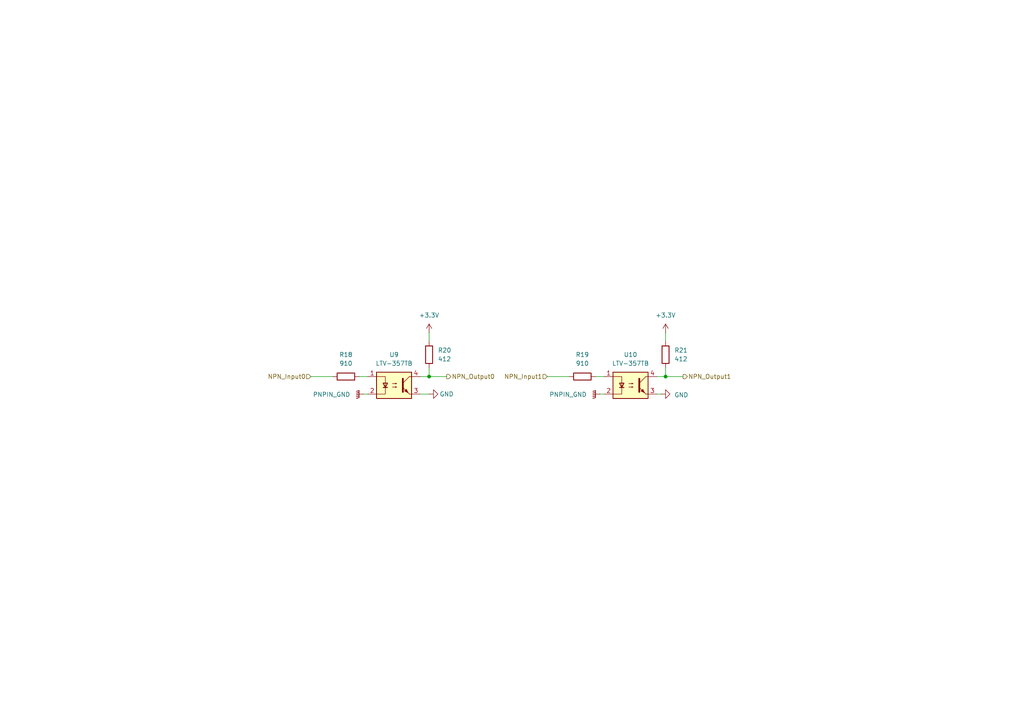
<source format=kicad_sch>
(kicad_sch
	(version 20250114)
	(generator "eeschema")
	(generator_version "9.0")
	(uuid "e63b338f-bd90-4c52-970e-b80b54cdea6a")
	(paper "A4")
	(lib_symbols
		(symbol "Device:R"
			(pin_numbers
				(hide yes)
			)
			(pin_names
				(offset 0)
			)
			(exclude_from_sim no)
			(in_bom yes)
			(on_board yes)
			(property "Reference" "R"
				(at 2.032 0 90)
				(effects
					(font
						(size 1.27 1.27)
					)
				)
			)
			(property "Value" "R"
				(at 0 0 90)
				(effects
					(font
						(size 1.27 1.27)
					)
				)
			)
			(property "Footprint" ""
				(at -1.778 0 90)
				(effects
					(font
						(size 1.27 1.27)
					)
					(hide yes)
				)
			)
			(property "Datasheet" "~"
				(at 0 0 0)
				(effects
					(font
						(size 1.27 1.27)
					)
					(hide yes)
				)
			)
			(property "Description" "Resistor"
				(at 0 0 0)
				(effects
					(font
						(size 1.27 1.27)
					)
					(hide yes)
				)
			)
			(property "ki_keywords" "R res resistor"
				(at 0 0 0)
				(effects
					(font
						(size 1.27 1.27)
					)
					(hide yes)
				)
			)
			(property "ki_fp_filters" "R_*"
				(at 0 0 0)
				(effects
					(font
						(size 1.27 1.27)
					)
					(hide yes)
				)
			)
			(symbol "R_0_1"
				(rectangle
					(start -1.016 -2.54)
					(end 1.016 2.54)
					(stroke
						(width 0.254)
						(type default)
					)
					(fill
						(type none)
					)
				)
			)
			(symbol "R_1_1"
				(pin passive line
					(at 0 3.81 270)
					(length 1.27)
					(name "~"
						(effects
							(font
								(size 1.27 1.27)
							)
						)
					)
					(number "1"
						(effects
							(font
								(size 1.27 1.27)
							)
						)
					)
				)
				(pin passive line
					(at 0 -3.81 90)
					(length 1.27)
					(name "~"
						(effects
							(font
								(size 1.27 1.27)
							)
						)
					)
					(number "2"
						(effects
							(font
								(size 1.27 1.27)
							)
						)
					)
				)
			)
			(embedded_fonts no)
		)
		(symbol "Isolator:LTV-357T"
			(pin_names
				(offset 1.016)
			)
			(exclude_from_sim no)
			(in_bom yes)
			(on_board yes)
			(property "Reference" "U"
				(at -5.334 4.826 0)
				(effects
					(font
						(size 1.27 1.27)
					)
					(justify left)
				)
			)
			(property "Value" "LTV-357T"
				(at 0 5.08 0)
				(effects
					(font
						(size 1.27 1.27)
					)
					(justify left)
				)
			)
			(property "Footprint" "Package_SO:SO-4_4.4x3.6mm_P2.54mm"
				(at -5.08 -5.08 0)
				(effects
					(font
						(size 1.27 1.27)
						(italic yes)
					)
					(justify left)
					(hide yes)
				)
			)
			(property "Datasheet" "https://www.buerklin.com/medias/sys_master/download/download/h91/ha0/8892020588574.pdf"
				(at 0 0 0)
				(effects
					(font
						(size 1.27 1.27)
					)
					(justify left)
					(hide yes)
				)
			)
			(property "Description" "DC Optocoupler, Vce 35V, CTR 50%, SO-4"
				(at 0 0 0)
				(effects
					(font
						(size 1.27 1.27)
					)
					(hide yes)
				)
			)
			(property "ki_keywords" "NPN DC Optocoupler"
				(at 0 0 0)
				(effects
					(font
						(size 1.27 1.27)
					)
					(hide yes)
				)
			)
			(property "ki_fp_filters" "SO*4.4x3.6mm*P2.54mm*"
				(at 0 0 0)
				(effects
					(font
						(size 1.27 1.27)
					)
					(hide yes)
				)
			)
			(symbol "LTV-357T_0_1"
				(rectangle
					(start -5.08 3.81)
					(end 5.08 -3.81)
					(stroke
						(width 0.254)
						(type default)
					)
					(fill
						(type background)
					)
				)
				(polyline
					(pts
						(xy -5.08 2.54) (xy -2.54 2.54) (xy -2.54 -0.762)
					)
					(stroke
						(width 0)
						(type default)
					)
					(fill
						(type none)
					)
				)
				(polyline
					(pts
						(xy -3.175 -0.635) (xy -1.905 -0.635)
					)
					(stroke
						(width 0.254)
						(type default)
					)
					(fill
						(type none)
					)
				)
				(polyline
					(pts
						(xy -2.54 -0.635) (xy -2.54 -2.54) (xy -5.08 -2.54)
					)
					(stroke
						(width 0)
						(type default)
					)
					(fill
						(type none)
					)
				)
				(polyline
					(pts
						(xy -2.54 -0.635) (xy -3.175 0.635) (xy -1.905 0.635) (xy -2.54 -0.635)
					)
					(stroke
						(width 0.254)
						(type default)
					)
					(fill
						(type none)
					)
				)
				(polyline
					(pts
						(xy -0.508 0.508) (xy 0.762 0.508) (xy 0.381 0.381) (xy 0.381 0.635) (xy 0.762 0.508)
					)
					(stroke
						(width 0)
						(type default)
					)
					(fill
						(type none)
					)
				)
				(polyline
					(pts
						(xy -0.508 -0.508) (xy 0.762 -0.508) (xy 0.381 -0.635) (xy 0.381 -0.381) (xy 0.762 -0.508)
					)
					(stroke
						(width 0)
						(type default)
					)
					(fill
						(type none)
					)
				)
				(polyline
					(pts
						(xy 2.54 1.905) (xy 2.54 -1.905) (xy 2.54 -1.905)
					)
					(stroke
						(width 0.508)
						(type default)
					)
					(fill
						(type none)
					)
				)
				(polyline
					(pts
						(xy 2.54 0.635) (xy 4.445 2.54)
					)
					(stroke
						(width 0)
						(type default)
					)
					(fill
						(type none)
					)
				)
				(polyline
					(pts
						(xy 3.048 -1.651) (xy 3.556 -1.143) (xy 4.064 -2.159) (xy 3.048 -1.651) (xy 3.048 -1.651)
					)
					(stroke
						(width 0)
						(type default)
					)
					(fill
						(type outline)
					)
				)
				(polyline
					(pts
						(xy 4.445 2.54) (xy 5.08 2.54)
					)
					(stroke
						(width 0)
						(type default)
					)
					(fill
						(type none)
					)
				)
				(polyline
					(pts
						(xy 4.445 -2.54) (xy 2.54 -0.635)
					)
					(stroke
						(width 0)
						(type default)
					)
					(fill
						(type outline)
					)
				)
				(polyline
					(pts
						(xy 4.445 -2.54) (xy 5.08 -2.54)
					)
					(stroke
						(width 0)
						(type default)
					)
					(fill
						(type none)
					)
				)
			)
			(symbol "LTV-357T_1_1"
				(pin passive line
					(at -7.62 2.54 0)
					(length 2.54)
					(name "~"
						(effects
							(font
								(size 1.27 1.27)
							)
						)
					)
					(number "1"
						(effects
							(font
								(size 1.27 1.27)
							)
						)
					)
				)
				(pin passive line
					(at -7.62 -2.54 0)
					(length 2.54)
					(name "~"
						(effects
							(font
								(size 1.27 1.27)
							)
						)
					)
					(number "2"
						(effects
							(font
								(size 1.27 1.27)
							)
						)
					)
				)
				(pin passive line
					(at 7.62 2.54 180)
					(length 2.54)
					(name "~"
						(effects
							(font
								(size 1.27 1.27)
							)
						)
					)
					(number "4"
						(effects
							(font
								(size 1.27 1.27)
							)
						)
					)
				)
				(pin passive line
					(at 7.62 -2.54 180)
					(length 2.54)
					(name "~"
						(effects
							(font
								(size 1.27 1.27)
							)
						)
					)
					(number "3"
						(effects
							(font
								(size 1.27 1.27)
							)
						)
					)
				)
			)
			(embedded_fonts no)
		)
		(symbol "power:+3.3V"
			(power)
			(pin_numbers
				(hide yes)
			)
			(pin_names
				(offset 0)
				(hide yes)
			)
			(exclude_from_sim no)
			(in_bom yes)
			(on_board yes)
			(property "Reference" "#PWR"
				(at 0 -3.81 0)
				(effects
					(font
						(size 1.27 1.27)
					)
					(hide yes)
				)
			)
			(property "Value" "+3.3V"
				(at 0 3.556 0)
				(effects
					(font
						(size 1.27 1.27)
					)
				)
			)
			(property "Footprint" ""
				(at 0 0 0)
				(effects
					(font
						(size 1.27 1.27)
					)
					(hide yes)
				)
			)
			(property "Datasheet" ""
				(at 0 0 0)
				(effects
					(font
						(size 1.27 1.27)
					)
					(hide yes)
				)
			)
			(property "Description" "Power symbol creates a global label with name \"+3.3V\""
				(at 0 0 0)
				(effects
					(font
						(size 1.27 1.27)
					)
					(hide yes)
				)
			)
			(property "ki_keywords" "global power"
				(at 0 0 0)
				(effects
					(font
						(size 1.27 1.27)
					)
					(hide yes)
				)
			)
			(symbol "+3.3V_0_1"
				(polyline
					(pts
						(xy -0.762 1.27) (xy 0 2.54)
					)
					(stroke
						(width 0)
						(type default)
					)
					(fill
						(type none)
					)
				)
				(polyline
					(pts
						(xy 0 2.54) (xy 0.762 1.27)
					)
					(stroke
						(width 0)
						(type default)
					)
					(fill
						(type none)
					)
				)
				(polyline
					(pts
						(xy 0 0) (xy 0 2.54)
					)
					(stroke
						(width 0)
						(type default)
					)
					(fill
						(type none)
					)
				)
			)
			(symbol "+3.3V_1_1"
				(pin power_in line
					(at 0 0 90)
					(length 0)
					(name "~"
						(effects
							(font
								(size 1.27 1.27)
							)
						)
					)
					(number "1"
						(effects
							(font
								(size 1.27 1.27)
							)
						)
					)
				)
			)
			(embedded_fonts no)
		)
		(symbol "power:GND"
			(power)
			(pin_numbers
				(hide yes)
			)
			(pin_names
				(offset 0)
				(hide yes)
			)
			(exclude_from_sim no)
			(in_bom yes)
			(on_board yes)
			(property "Reference" "#PWR"
				(at 0 -6.35 0)
				(effects
					(font
						(size 1.27 1.27)
					)
					(hide yes)
				)
			)
			(property "Value" "GND"
				(at 0 -3.81 0)
				(effects
					(font
						(size 1.27 1.27)
					)
				)
			)
			(property "Footprint" ""
				(at 0 0 0)
				(effects
					(font
						(size 1.27 1.27)
					)
					(hide yes)
				)
			)
			(property "Datasheet" ""
				(at 0 0 0)
				(effects
					(font
						(size 1.27 1.27)
					)
					(hide yes)
				)
			)
			(property "Description" "Power symbol creates a global label with name \"GND\" , ground"
				(at 0 0 0)
				(effects
					(font
						(size 1.27 1.27)
					)
					(hide yes)
				)
			)
			(property "ki_keywords" "global power"
				(at 0 0 0)
				(effects
					(font
						(size 1.27 1.27)
					)
					(hide yes)
				)
			)
			(symbol "GND_0_1"
				(polyline
					(pts
						(xy 0 0) (xy 0 -1.27) (xy 1.27 -1.27) (xy 0 -2.54) (xy -1.27 -1.27) (xy 0 -1.27)
					)
					(stroke
						(width 0)
						(type default)
					)
					(fill
						(type none)
					)
				)
			)
			(symbol "GND_1_1"
				(pin power_in line
					(at 0 0 270)
					(length 0)
					(name "~"
						(effects
							(font
								(size 1.27 1.27)
							)
						)
					)
					(number "1"
						(effects
							(font
								(size 1.27 1.27)
							)
						)
					)
				)
			)
			(embedded_fonts no)
		)
		(symbol "power:GNDPWR"
			(power)
			(pin_numbers
				(hide yes)
			)
			(pin_names
				(offset 0)
				(hide yes)
			)
			(exclude_from_sim no)
			(in_bom yes)
			(on_board yes)
			(property "Reference" "#PWR"
				(at 0 -5.08 0)
				(effects
					(font
						(size 1.27 1.27)
					)
					(hide yes)
				)
			)
			(property "Value" "GNDPWR"
				(at 0 -3.302 0)
				(effects
					(font
						(size 1.27 1.27)
					)
				)
			)
			(property "Footprint" ""
				(at 0 -1.27 0)
				(effects
					(font
						(size 1.27 1.27)
					)
					(hide yes)
				)
			)
			(property "Datasheet" ""
				(at 0 -1.27 0)
				(effects
					(font
						(size 1.27 1.27)
					)
					(hide yes)
				)
			)
			(property "Description" "Power symbol creates a global label with name \"GNDPWR\" , global ground"
				(at 0 0 0)
				(effects
					(font
						(size 1.27 1.27)
					)
					(hide yes)
				)
			)
			(property "ki_keywords" "global ground"
				(at 0 0 0)
				(effects
					(font
						(size 1.27 1.27)
					)
					(hide yes)
				)
			)
			(symbol "GNDPWR_0_1"
				(polyline
					(pts
						(xy -1.016 -1.27) (xy -1.27 -2.032) (xy -1.27 -2.032)
					)
					(stroke
						(width 0.2032)
						(type default)
					)
					(fill
						(type none)
					)
				)
				(polyline
					(pts
						(xy -0.508 -1.27) (xy -0.762 -2.032) (xy -0.762 -2.032)
					)
					(stroke
						(width 0.2032)
						(type default)
					)
					(fill
						(type none)
					)
				)
				(polyline
					(pts
						(xy 0 -1.27) (xy 0 0)
					)
					(stroke
						(width 0)
						(type default)
					)
					(fill
						(type none)
					)
				)
				(polyline
					(pts
						(xy 0 -1.27) (xy -0.254 -2.032) (xy -0.254 -2.032)
					)
					(stroke
						(width 0.2032)
						(type default)
					)
					(fill
						(type none)
					)
				)
				(polyline
					(pts
						(xy 0.508 -1.27) (xy 0.254 -2.032) (xy 0.254 -2.032)
					)
					(stroke
						(width 0.2032)
						(type default)
					)
					(fill
						(type none)
					)
				)
				(polyline
					(pts
						(xy 1.016 -1.27) (xy -1.016 -1.27) (xy -1.016 -1.27)
					)
					(stroke
						(width 0.2032)
						(type default)
					)
					(fill
						(type none)
					)
				)
				(polyline
					(pts
						(xy 1.016 -1.27) (xy 0.762 -2.032) (xy 0.762 -2.032) (xy 0.762 -2.032)
					)
					(stroke
						(width 0.2032)
						(type default)
					)
					(fill
						(type none)
					)
				)
			)
			(symbol "GNDPWR_1_1"
				(pin power_in line
					(at 0 0 270)
					(length 0)
					(name "~"
						(effects
							(font
								(size 1.27 1.27)
							)
						)
					)
					(number "1"
						(effects
							(font
								(size 1.27 1.27)
							)
						)
					)
				)
			)
			(embedded_fonts no)
		)
	)
	(junction
		(at 124.46 109.22)
		(diameter 0)
		(color 0 0 0 0)
		(uuid "251392dd-b0ba-4966-86f7-3b0f6bba7712")
	)
	(junction
		(at 193.04 109.22)
		(diameter 0)
		(color 0 0 0 0)
		(uuid "c87f85f3-b5f9-4d2f-b0e1-a4d97d890da7")
	)
	(wire
		(pts
			(xy 121.92 109.22) (xy 124.46 109.22)
		)
		(stroke
			(width 0)
			(type default)
		)
		(uuid "113ed71f-eab6-47d0-ae62-05c3b50373a0")
	)
	(wire
		(pts
			(xy 104.14 109.22) (xy 106.68 109.22)
		)
		(stroke
			(width 0)
			(type default)
		)
		(uuid "11e9d63d-050d-4965-a35b-70286ddd5109")
	)
	(wire
		(pts
			(xy 190.5 114.3) (xy 191.77 114.3)
		)
		(stroke
			(width 0)
			(type default)
		)
		(uuid "1bb3a43a-52ab-4b8b-bf10-077dcaad3301")
	)
	(wire
		(pts
			(xy 105.41 114.3) (xy 106.68 114.3)
		)
		(stroke
			(width 0)
			(type default)
		)
		(uuid "2d2b10dc-3a9d-41de-a4d4-09279585a612")
	)
	(wire
		(pts
			(xy 190.5 109.22) (xy 193.04 109.22)
		)
		(stroke
			(width 0)
			(type default)
		)
		(uuid "3525d4c9-4d31-4d6a-80cf-a2a60fdfebcf")
	)
	(wire
		(pts
			(xy 124.46 109.22) (xy 124.46 106.68)
		)
		(stroke
			(width 0)
			(type default)
		)
		(uuid "3c06f578-db1e-4b2d-90f8-2606ea5e9e41")
	)
	(wire
		(pts
			(xy 193.04 109.22) (xy 193.04 106.68)
		)
		(stroke
			(width 0)
			(type default)
		)
		(uuid "4470587e-e4a2-420d-aad8-f6fef59862a8")
	)
	(wire
		(pts
			(xy 173.99 114.3) (xy 175.26 114.3)
		)
		(stroke
			(width 0)
			(type default)
		)
		(uuid "47016aa5-9054-439a-abae-07c615331338")
	)
	(wire
		(pts
			(xy 158.75 109.22) (xy 165.1 109.22)
		)
		(stroke
			(width 0)
			(type default)
		)
		(uuid "679f119b-f62a-4c07-a518-7c446d2fd840")
	)
	(wire
		(pts
			(xy 172.72 109.22) (xy 175.26 109.22)
		)
		(stroke
			(width 0)
			(type default)
		)
		(uuid "7c1f20b2-ae55-4fcf-b33e-b11a688a0708")
	)
	(wire
		(pts
			(xy 124.46 109.22) (xy 129.54 109.22)
		)
		(stroke
			(width 0)
			(type default)
		)
		(uuid "8ae7fd0d-257a-4c71-b794-b7b5412fa1c6")
	)
	(wire
		(pts
			(xy 90.17 109.22) (xy 96.52 109.22)
		)
		(stroke
			(width 0)
			(type default)
		)
		(uuid "a9224f34-892d-4721-ae93-de681b8d050f")
	)
	(wire
		(pts
			(xy 121.92 114.3) (xy 124.46 114.3)
		)
		(stroke
			(width 0)
			(type default)
		)
		(uuid "bcb499b8-ab94-4165-8e23-746821ef797d")
	)
	(wire
		(pts
			(xy 124.46 96.52) (xy 124.46 99.06)
		)
		(stroke
			(width 0)
			(type default)
		)
		(uuid "c0fafe5a-5da4-49de-b734-2ac3689e9342")
	)
	(wire
		(pts
			(xy 193.04 96.52) (xy 193.04 99.06)
		)
		(stroke
			(width 0)
			(type default)
		)
		(uuid "d60262b9-79f0-4db3-b774-11abde318f04")
	)
	(wire
		(pts
			(xy 193.04 109.22) (xy 198.12 109.22)
		)
		(stroke
			(width 0)
			(type default)
		)
		(uuid "eb67f670-643d-46aa-9304-f79525b525c5")
	)
	(hierarchical_label "NPN_Input0"
		(shape input)
		(at 90.17 109.22 180)
		(effects
			(font
				(size 1.27 1.27)
			)
			(justify right)
		)
		(uuid "066b7e3e-752c-4897-be91-2220cb93ca09")
	)
	(hierarchical_label "NPN_Output0"
		(shape output)
		(at 129.54 109.22 0)
		(effects
			(font
				(size 1.27 1.27)
			)
			(justify left)
		)
		(uuid "4683a660-a6af-4e01-8b37-dc98f25ca3d1")
	)
	(hierarchical_label "NPN_Output1"
		(shape output)
		(at 198.12 109.22 0)
		(effects
			(font
				(size 1.27 1.27)
			)
			(justify left)
		)
		(uuid "5bc12842-763f-4521-9e9d-f4c80a87e709")
	)
	(hierarchical_label "NPN_Input1"
		(shape input)
		(at 158.75 109.22 180)
		(effects
			(font
				(size 1.27 1.27)
			)
			(justify right)
		)
		(uuid "8dd98e4f-a4ac-432c-b015-ee8967bc79e1")
	)
	(symbol
		(lib_id "Device:R")
		(at 168.91 109.22 90)
		(unit 1)
		(exclude_from_sim no)
		(in_bom yes)
		(on_board yes)
		(dnp no)
		(fields_autoplaced yes)
		(uuid "004646e9-4352-40af-b19a-25302ccf572c")
		(property "Reference" "R19"
			(at 168.91 102.87 90)
			(effects
				(font
					(size 1.27 1.27)
				)
			)
		)
		(property "Value" "910"
			(at 168.91 105.41 90)
			(effects
				(font
					(size 1.27 1.27)
				)
			)
		)
		(property "Footprint" "Resistor_SMD:R_0603_1608Metric"
			(at 168.91 110.998 90)
			(effects
				(font
					(size 1.27 1.27)
				)
				(hide yes)
			)
		)
		(property "Datasheet" "~"
			(at 168.91 109.22 0)
			(effects
				(font
					(size 1.27 1.27)
				)
				(hide yes)
			)
		)
		(property "Description" "Resistor"
			(at 168.91 109.22 0)
			(effects
				(font
					(size 1.27 1.27)
				)
				(hide yes)
			)
		)
		(property "LCSC#" "C114670"
			(at 168.91 109.22 90)
			(effects
				(font
					(size 1.27 1.27)
				)
				(hide yes)
			)
		)
		(pin "1"
			(uuid "c7436843-f654-4a24-a8f7-ed9a8968eecb")
		)
		(pin "2"
			(uuid "7b90e547-b9dd-40a6-b4bb-2123c884d78f")
		)
		(instances
			(project "NIVARA"
				(path "/8290cc18-06d0-4e02-a781-29a61ebc321a/9e4d7a0c-a5eb-4e88-9036-0c35e68b279a/194f65ea-cb11-429e-a2d9-3caff410d6b0"
					(reference "R19")
					(unit 1)
				)
			)
		)
	)
	(symbol
		(lib_id "Device:R")
		(at 124.46 102.87 180)
		(unit 1)
		(exclude_from_sim no)
		(in_bom yes)
		(on_board yes)
		(dnp no)
		(fields_autoplaced yes)
		(uuid "051ee258-561f-49a1-833c-c6cdc7ea4217")
		(property "Reference" "R20"
			(at 127 101.5999 0)
			(effects
				(font
					(size 1.27 1.27)
				)
				(justify right)
			)
		)
		(property "Value" "412"
			(at 127 104.1399 0)
			(effects
				(font
					(size 1.27 1.27)
				)
				(justify right)
			)
		)
		(property "Footprint" ""
			(at 126.238 102.87 90)
			(effects
				(font
					(size 1.27 1.27)
				)
				(hide yes)
			)
		)
		(property "Datasheet" "~"
			(at 124.46 102.87 0)
			(effects
				(font
					(size 1.27 1.27)
				)
				(hide yes)
			)
		)
		(property "Description" "Resistor"
			(at 124.46 102.87 0)
			(effects
				(font
					(size 1.27 1.27)
				)
				(hide yes)
			)
		)
		(pin "1"
			(uuid "6347a9f4-fab9-4029-a150-8ca530f54ca6")
		)
		(pin "2"
			(uuid "26ae7f6d-9706-4f08-b913-2050da123edf")
		)
		(instances
			(project "NIVARA"
				(path "/8290cc18-06d0-4e02-a781-29a61ebc321a/9e4d7a0c-a5eb-4e88-9036-0c35e68b279a/194f65ea-cb11-429e-a2d9-3caff410d6b0"
					(reference "R20")
					(unit 1)
				)
			)
		)
	)
	(symbol
		(lib_id "power:GNDPWR")
		(at 105.41 114.3 270)
		(mirror x)
		(unit 1)
		(exclude_from_sim no)
		(in_bom yes)
		(on_board yes)
		(dnp no)
		(uuid "276f4b2c-3a85-4bbd-a1b3-296343ea7fe5")
		(property "Reference" "#PWR022"
			(at 100.33 114.3 0)
			(effects
				(font
					(size 1.27 1.27)
				)
				(hide yes)
			)
		)
		(property "Value" "PNPIN_GND"
			(at 101.6 114.4269 90)
			(effects
				(font
					(size 1.27 1.27)
				)
				(justify right)
			)
		)
		(property "Footprint" ""
			(at 104.14 114.3 0)
			(effects
				(font
					(size 1.27 1.27)
				)
				(hide yes)
			)
		)
		(property "Datasheet" ""
			(at 104.14 114.3 0)
			(effects
				(font
					(size 1.27 1.27)
				)
				(hide yes)
			)
		)
		(property "Description" "Power symbol creates a global label with name \"GNDPWR\" , global ground"
			(at 105.41 114.3 0)
			(effects
				(font
					(size 1.27 1.27)
				)
				(hide yes)
			)
		)
		(pin "1"
			(uuid "d8159f47-0818-40bf-b7d7-9b8d399b1bb8")
		)
		(instances
			(project "NIVARA"
				(path "/8290cc18-06d0-4e02-a781-29a61ebc321a/9e4d7a0c-a5eb-4e88-9036-0c35e68b279a/194f65ea-cb11-429e-a2d9-3caff410d6b0"
					(reference "#PWR022")
					(unit 1)
				)
			)
		)
	)
	(symbol
		(lib_id "Isolator:LTV-357T")
		(at 182.88 111.76 0)
		(unit 1)
		(exclude_from_sim no)
		(in_bom yes)
		(on_board yes)
		(dnp no)
		(fields_autoplaced yes)
		(uuid "29057740-47d6-4e58-a2f2-1bb918752c2e")
		(property "Reference" "U10"
			(at 182.88 102.87 0)
			(effects
				(font
					(size 1.27 1.27)
				)
			)
		)
		(property "Value" "LTV-357TB"
			(at 182.88 105.41 0)
			(effects
				(font
					(size 1.27 1.27)
				)
			)
		)
		(property "Footprint" "Package_SO:SO-4_4.4x3.6mm_P2.54mm"
			(at 177.8 116.84 0)
			(effects
				(font
					(size 1.27 1.27)
					(italic yes)
				)
				(justify left)
				(hide yes)
			)
		)
		(property "Datasheet" "https://www.buerklin.com/medias/sys_master/download/download/h91/ha0/8892020588574.pdf"
			(at 182.88 111.76 0)
			(effects
				(font
					(size 1.27 1.27)
				)
				(justify left)
				(hide yes)
			)
		)
		(property "Description" "DC Optocoupler, Vce 35V, CTR 50%, SO-4"
			(at 182.88 111.76 0)
			(effects
				(font
					(size 1.27 1.27)
				)
				(hide yes)
			)
		)
		(pin "3"
			(uuid "8ecf516a-b026-4141-8725-a377db0746bd")
		)
		(pin "1"
			(uuid "44917c7e-59e1-4fb2-8085-ea8095c010a7")
		)
		(pin "2"
			(uuid "560c3763-fedf-4e3b-aede-39f122bd8b6f")
		)
		(pin "4"
			(uuid "f5d1130c-f063-4a62-bbbe-85b4cc625a4e")
		)
		(instances
			(project "NIVARA"
				(path "/8290cc18-06d0-4e02-a781-29a61ebc321a/9e4d7a0c-a5eb-4e88-9036-0c35e68b279a/194f65ea-cb11-429e-a2d9-3caff410d6b0"
					(reference "U10")
					(unit 1)
				)
			)
		)
	)
	(symbol
		(lib_id "power:+3.3V")
		(at 124.46 96.52 0)
		(unit 1)
		(exclude_from_sim no)
		(in_bom yes)
		(on_board yes)
		(dnp no)
		(fields_autoplaced yes)
		(uuid "29694778-dac7-4810-9fe0-f986e8fddbb0")
		(property "Reference" "#PWR044"
			(at 124.46 100.33 0)
			(effects
				(font
					(size 1.27 1.27)
				)
				(hide yes)
			)
		)
		(property "Value" "+3.3V"
			(at 124.46 91.44 0)
			(effects
				(font
					(size 1.27 1.27)
				)
			)
		)
		(property "Footprint" ""
			(at 124.46 96.52 0)
			(effects
				(font
					(size 1.27 1.27)
				)
				(hide yes)
			)
		)
		(property "Datasheet" ""
			(at 124.46 96.52 0)
			(effects
				(font
					(size 1.27 1.27)
				)
				(hide yes)
			)
		)
		(property "Description" "Power symbol creates a global label with name \"+3.3V\""
			(at 124.46 96.52 0)
			(effects
				(font
					(size 1.27 1.27)
				)
				(hide yes)
			)
		)
		(pin "1"
			(uuid "aa0d7366-eacd-4783-87a2-6ce41ace987c")
		)
		(instances
			(project "NIVARA"
				(path "/8290cc18-06d0-4e02-a781-29a61ebc321a/9e4d7a0c-a5eb-4e88-9036-0c35e68b279a/194f65ea-cb11-429e-a2d9-3caff410d6b0"
					(reference "#PWR044")
					(unit 1)
				)
			)
		)
	)
	(symbol
		(lib_id "Isolator:LTV-357T")
		(at 114.3 111.76 0)
		(unit 1)
		(exclude_from_sim no)
		(in_bom yes)
		(on_board yes)
		(dnp no)
		(fields_autoplaced yes)
		(uuid "475fc676-6b98-4204-9fc1-3a923f0cb5e4")
		(property "Reference" "U9"
			(at 114.3 102.87 0)
			(effects
				(font
					(size 1.27 1.27)
				)
			)
		)
		(property "Value" "LTV-357TB"
			(at 114.3 105.41 0)
			(effects
				(font
					(size 1.27 1.27)
				)
			)
		)
		(property "Footprint" "Package_SO:SO-4_4.4x3.6mm_P2.54mm"
			(at 109.22 116.84 0)
			(effects
				(font
					(size 1.27 1.27)
					(italic yes)
				)
				(justify left)
				(hide yes)
			)
		)
		(property "Datasheet" "https://www.buerklin.com/medias/sys_master/download/download/h91/ha0/8892020588574.pdf"
			(at 114.3 111.76 0)
			(effects
				(font
					(size 1.27 1.27)
				)
				(justify left)
				(hide yes)
			)
		)
		(property "Description" "DC Optocoupler, Vce 35V, CTR 50%, SO-4"
			(at 114.3 111.76 0)
			(effects
				(font
					(size 1.27 1.27)
				)
				(hide yes)
			)
		)
		(pin "3"
			(uuid "c3fe580f-86f1-43c7-9169-0628b454ff72")
		)
		(pin "1"
			(uuid "ff93d603-68bd-4653-b760-cc62d2cb612e")
		)
		(pin "2"
			(uuid "67994852-5df6-418c-b80e-dfbf3635acbe")
		)
		(pin "4"
			(uuid "8724be08-7138-47a7-9b99-4cad8d871795")
		)
		(instances
			(project "NIVARA"
				(path "/8290cc18-06d0-4e02-a781-29a61ebc321a/9e4d7a0c-a5eb-4e88-9036-0c35e68b279a/194f65ea-cb11-429e-a2d9-3caff410d6b0"
					(reference "U9")
					(unit 1)
				)
			)
		)
	)
	(symbol
		(lib_id "power:GND")
		(at 124.46 114.3 90)
		(mirror x)
		(unit 1)
		(exclude_from_sim no)
		(in_bom yes)
		(on_board yes)
		(dnp no)
		(uuid "594f678e-f8fb-48a8-ab0d-c5a44a0ed7d2")
		(property "Reference" "#PWR042"
			(at 130.81 114.3 0)
			(effects
				(font
					(size 1.27 1.27)
				)
				(hide yes)
			)
		)
		(property "Value" "GND"
			(at 129.54 114.3 90)
			(effects
				(font
					(size 1.27 1.27)
				)
			)
		)
		(property "Footprint" ""
			(at 124.46 114.3 0)
			(effects
				(font
					(size 1.27 1.27)
				)
				(hide yes)
			)
		)
		(property "Datasheet" ""
			(at 124.46 114.3 0)
			(effects
				(font
					(size 1.27 1.27)
				)
				(hide yes)
			)
		)
		(property "Description" "Power symbol creates a global label with name \"GND\" , ground"
			(at 124.46 114.3 0)
			(effects
				(font
					(size 1.27 1.27)
				)
				(hide yes)
			)
		)
		(pin "1"
			(uuid "976364ef-54e9-4605-b806-cc0d7cfc3c43")
		)
		(instances
			(project "NIVARA"
				(path "/8290cc18-06d0-4e02-a781-29a61ebc321a/9e4d7a0c-a5eb-4e88-9036-0c35e68b279a/194f65ea-cb11-429e-a2d9-3caff410d6b0"
					(reference "#PWR042")
					(unit 1)
				)
			)
		)
	)
	(symbol
		(lib_id "Device:R")
		(at 193.04 102.87 180)
		(unit 1)
		(exclude_from_sim no)
		(in_bom yes)
		(on_board yes)
		(dnp no)
		(fields_autoplaced yes)
		(uuid "7efd78a2-171e-4872-a864-1f6d5c7938c4")
		(property "Reference" "R21"
			(at 195.58 101.5999 0)
			(effects
				(font
					(size 1.27 1.27)
				)
				(justify right)
			)
		)
		(property "Value" "412"
			(at 195.58 104.1399 0)
			(effects
				(font
					(size 1.27 1.27)
				)
				(justify right)
			)
		)
		(property "Footprint" ""
			(at 194.818 102.87 90)
			(effects
				(font
					(size 1.27 1.27)
				)
				(hide yes)
			)
		)
		(property "Datasheet" "~"
			(at 193.04 102.87 0)
			(effects
				(font
					(size 1.27 1.27)
				)
				(hide yes)
			)
		)
		(property "Description" "Resistor"
			(at 193.04 102.87 0)
			(effects
				(font
					(size 1.27 1.27)
				)
				(hide yes)
			)
		)
		(pin "1"
			(uuid "01c83767-b741-4b1a-a286-45659d65a127")
		)
		(pin "2"
			(uuid "f1c2f27e-20d6-4c18-8d6a-bb68de4a1ec0")
		)
		(instances
			(project "NIVARA"
				(path "/8290cc18-06d0-4e02-a781-29a61ebc321a/9e4d7a0c-a5eb-4e88-9036-0c35e68b279a/194f65ea-cb11-429e-a2d9-3caff410d6b0"
					(reference "R21")
					(unit 1)
				)
			)
		)
	)
	(symbol
		(lib_id "power:GNDPWR")
		(at 173.99 114.3 270)
		(mirror x)
		(unit 1)
		(exclude_from_sim no)
		(in_bom yes)
		(on_board yes)
		(dnp no)
		(uuid "961513e2-2725-4679-8c68-b4f9c96adac0")
		(property "Reference" "#PWR025"
			(at 168.91 114.3 0)
			(effects
				(font
					(size 1.27 1.27)
				)
				(hide yes)
			)
		)
		(property "Value" "PNPIN_GND"
			(at 170.18 114.4269 90)
			(effects
				(font
					(size 1.27 1.27)
				)
				(justify right)
			)
		)
		(property "Footprint" ""
			(at 172.72 114.3 0)
			(effects
				(font
					(size 1.27 1.27)
				)
				(hide yes)
			)
		)
		(property "Datasheet" ""
			(at 172.72 114.3 0)
			(effects
				(font
					(size 1.27 1.27)
				)
				(hide yes)
			)
		)
		(property "Description" "Power symbol creates a global label with name \"GNDPWR\" , global ground"
			(at 173.99 114.3 0)
			(effects
				(font
					(size 1.27 1.27)
				)
				(hide yes)
			)
		)
		(pin "1"
			(uuid "517e086a-2326-408c-bf27-c16556d205d6")
		)
		(instances
			(project "NIVARA"
				(path "/8290cc18-06d0-4e02-a781-29a61ebc321a/9e4d7a0c-a5eb-4e88-9036-0c35e68b279a/194f65ea-cb11-429e-a2d9-3caff410d6b0"
					(reference "#PWR025")
					(unit 1)
				)
			)
		)
	)
	(symbol
		(lib_id "power:+3.3V")
		(at 193.04 96.52 0)
		(unit 1)
		(exclude_from_sim no)
		(in_bom yes)
		(on_board yes)
		(dnp no)
		(fields_autoplaced yes)
		(uuid "a507e94e-52dd-4fa8-97e4-21eb3eb4b32e")
		(property "Reference" "#PWR045"
			(at 193.04 100.33 0)
			(effects
				(font
					(size 1.27 1.27)
				)
				(hide yes)
			)
		)
		(property "Value" "+3.3V"
			(at 193.04 91.44 0)
			(effects
				(font
					(size 1.27 1.27)
				)
			)
		)
		(property "Footprint" ""
			(at 193.04 96.52 0)
			(effects
				(font
					(size 1.27 1.27)
				)
				(hide yes)
			)
		)
		(property "Datasheet" ""
			(at 193.04 96.52 0)
			(effects
				(font
					(size 1.27 1.27)
				)
				(hide yes)
			)
		)
		(property "Description" "Power symbol creates a global label with name \"+3.3V\""
			(at 193.04 96.52 0)
			(effects
				(font
					(size 1.27 1.27)
				)
				(hide yes)
			)
		)
		(pin "1"
			(uuid "a825d63a-ce82-411c-9b7c-0fdd9b475178")
		)
		(instances
			(project "NIVARA"
				(path "/8290cc18-06d0-4e02-a781-29a61ebc321a/9e4d7a0c-a5eb-4e88-9036-0c35e68b279a/194f65ea-cb11-429e-a2d9-3caff410d6b0"
					(reference "#PWR045")
					(unit 1)
				)
			)
		)
	)
	(symbol
		(lib_id "power:GND")
		(at 191.77 114.3 90)
		(unit 1)
		(exclude_from_sim no)
		(in_bom yes)
		(on_board yes)
		(dnp no)
		(uuid "ab25fc56-66ac-42e6-8ba0-5ded43ce904f")
		(property "Reference" "#PWR043"
			(at 198.12 114.3 0)
			(effects
				(font
					(size 1.27 1.27)
				)
				(hide yes)
			)
		)
		(property "Value" "GND"
			(at 197.612 114.554 90)
			(effects
				(font
					(size 1.27 1.27)
				)
			)
		)
		(property "Footprint" ""
			(at 191.77 114.3 0)
			(effects
				(font
					(size 1.27 1.27)
				)
				(hide yes)
			)
		)
		(property "Datasheet" ""
			(at 191.77 114.3 0)
			(effects
				(font
					(size 1.27 1.27)
				)
				(hide yes)
			)
		)
		(property "Description" "Power symbol creates a global label with name \"GND\" , ground"
			(at 191.77 114.3 0)
			(effects
				(font
					(size 1.27 1.27)
				)
				(hide yes)
			)
		)
		(pin "1"
			(uuid "fddf7b60-05cd-4781-b24c-14a1d0613572")
		)
		(instances
			(project "NIVARA"
				(path "/8290cc18-06d0-4e02-a781-29a61ebc321a/9e4d7a0c-a5eb-4e88-9036-0c35e68b279a/194f65ea-cb11-429e-a2d9-3caff410d6b0"
					(reference "#PWR043")
					(unit 1)
				)
			)
		)
	)
	(symbol
		(lib_id "Device:R")
		(at 100.33 109.22 90)
		(unit 1)
		(exclude_from_sim no)
		(in_bom yes)
		(on_board yes)
		(dnp no)
		(fields_autoplaced yes)
		(uuid "b9eb72a7-4b5f-4f7a-aaa0-f79f65607ff8")
		(property "Reference" "R18"
			(at 100.33 102.87 90)
			(effects
				(font
					(size 1.27 1.27)
				)
			)
		)
		(property "Value" "910"
			(at 100.33 105.41 90)
			(effects
				(font
					(size 1.27 1.27)
				)
			)
		)
		(property "Footprint" "Resistor_SMD:R_0603_1608Metric"
			(at 100.33 110.998 90)
			(effects
				(font
					(size 1.27 1.27)
				)
				(hide yes)
			)
		)
		(property "Datasheet" "~"
			(at 100.33 109.22 0)
			(effects
				(font
					(size 1.27 1.27)
				)
				(hide yes)
			)
		)
		(property "Description" "Resistor"
			(at 100.33 109.22 0)
			(effects
				(font
					(size 1.27 1.27)
				)
				(hide yes)
			)
		)
		(property "LCSC#" "C114670"
			(at 100.33 109.22 90)
			(effects
				(font
					(size 1.27 1.27)
				)
				(hide yes)
			)
		)
		(pin "1"
			(uuid "a7b6781c-3d25-46c6-9113-951c426dc6ae")
		)
		(pin "2"
			(uuid "90df33c4-73b3-4d34-96e8-e96756f4d6ec")
		)
		(instances
			(project "NIVARA"
				(path "/8290cc18-06d0-4e02-a781-29a61ebc321a/9e4d7a0c-a5eb-4e88-9036-0c35e68b279a/194f65ea-cb11-429e-a2d9-3caff410d6b0"
					(reference "R18")
					(unit 1)
				)
			)
		)
	)
)

</source>
